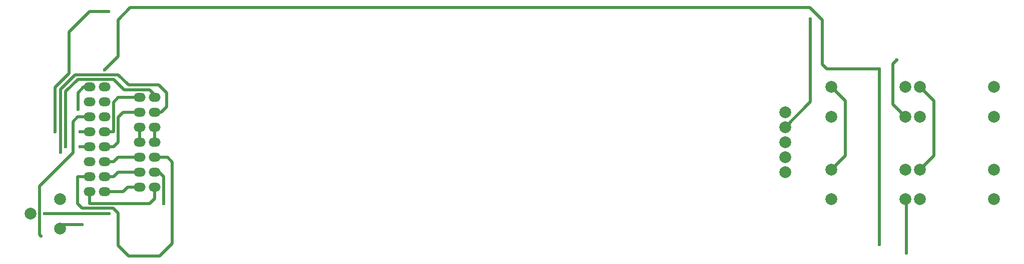
<source format=gbl>
G04 DipTrace 3.0.0.2*
G04 FrontPanel.GBL*
%MOMM*%
G04 #@! TF.FileFunction,Copper,L2,Bot*
G04 #@! TF.Part,Single*
G04 #@! TA.AperFunction,Conductor*
%ADD14C,0.5*%
G04 #@! TA.AperFunction,ComponentPad*
%ADD16O,2.0X1.5*%
%ADD17C,2.0*%
%ADD19C,2.0*%
G04 #@! TA.AperFunction,ViaPad*
%ADD20C,0.6*%
%FSLAX35Y35*%
G04*
G71*
G90*
G75*
G01*
G04 Bottom*
%LPD*%
X13398500Y-444500D2*
D14*
Y-1853500D1*
X12968000Y-2284000D1*
X710010Y-2705000D2*
Y-1639490D1*
X959500Y-1390000D1*
X1689000D1*
X1865000Y-1566000D1*
X2375000D1*
X2508250Y-1699250D1*
Y-1936750D1*
X2415000Y-2030000D1*
X2300000D1*
X1454000Y-2616000D2*
X1609000D1*
X1689000Y-2536000D1*
Y-2110000D1*
X1768997Y-2030000D1*
X2046000D1*
X800010Y-2616000D2*
Y-1676490D1*
X1006500Y-1470000D1*
X1609003D1*
X1785000Y-1646000D1*
X2217500D1*
X2300000Y-1728500D1*
Y-1776000D1*
X1040000Y-2616000D2*
X1200000D1*
X1454000Y-2362000D2*
X1609000D1*
Y-1856000D1*
X1689000Y-1776000D1*
X2046000D1*
X1454000Y-2870000D2*
X1609000D1*
X1687000Y-2792000D1*
X2046000D1*
X1454000Y-3124000D2*
X1609000D1*
X1687000Y-3046000D1*
X2046000D1*
X1200000Y-3124000D2*
X1000050D1*
Y-3574990D1*
X1080050Y-3654990D1*
X1602000D1*
X1682000Y-3734990D1*
Y-4285500D1*
X1866560Y-4470060D1*
X2387940D1*
X2601000Y-4257000D1*
Y-2872000D1*
X2521000Y-2792000D1*
X2300000D1*
X1534000Y-3750000D2*
X440000D1*
X2455000Y-3578000D2*
Y-3121750D1*
X2379250Y-3046000D1*
X2300000D1*
X1454000Y-3378000D2*
X1772000D1*
X1850000Y-3300000D1*
X2046000D1*
X1079500Y-3937000D2*
X700000D1*
Y-4000000D1*
X2300000Y-3300000D2*
Y-3494990D1*
X2220000Y-3574990D1*
X1200000D1*
Y-3378000D1*
X15250000Y-3000000D2*
X15485000Y-2765000D1*
Y-1835000D1*
X15250000Y-1600000D1*
X13750000Y-3000000D2*
X13985000Y-2765000D1*
Y-1835000D1*
X13750000Y-1600000D1*
X2046000Y-2284000D2*
Y-2538000D1*
X2300000D2*
Y-2284000D1*
X1454000Y-1305000D2*
X1682000Y-1077000D1*
Y-459950D1*
X1887950Y-254000D1*
X13389060D1*
X13595010Y-459950D1*
Y-1215000D1*
X13675010Y-1295000D1*
X14565000D1*
Y-4270000D1*
X14859000Y-1143000D2*
X14795500Y-1206500D1*
Y-1895500D1*
X15000000Y-2100000D1*
X620020Y-2362000D2*
Y-1602480D1*
X855000Y-1367500D1*
Y-669000D1*
X1206500Y-317500D1*
X1524000D1*
X1040000Y-2362000D2*
X1200000D1*
X381000Y-4127500D2*
X355000Y-4101500D1*
Y-3282520D1*
X920060Y-2717460D1*
Y-2188000D1*
X1000060Y-2108000D1*
X1200000D1*
X15017750Y-4413250D2*
Y-3500000D1*
X15000000D1*
X1005050Y-1978000D2*
Y-1693700D1*
X1098750Y-1600000D1*
X1200000D1*
D20*
X13398500Y-444500D3*
X710010Y-2705000D3*
X800010Y-2616000D3*
X1040000D3*
X440000Y-3750000D3*
X1534000D3*
X2455000Y-3578000D3*
X1079500Y-3937000D3*
X14565000Y-4270000D3*
X1454000Y-1305000D3*
X14565000Y-1295000D3*
X14859000Y-1143000D3*
X1524000Y-317500D3*
X620020Y-2362000D3*
X1040000D3*
X381000Y-4127500D3*
X15017750Y-4413250D3*
X1005050Y-1978000D3*
D16*
X1454000Y-1600000D3*
X1200000D3*
X1454000Y-1854000D3*
X1200000D3*
X1454000Y-2108000D3*
X1200000D3*
X1454000Y-2362000D3*
X1200000D3*
X1454000Y-2616000D3*
X1200000D3*
X1454000Y-2870000D3*
X1200000D3*
X1454000Y-3124000D3*
X1200000D3*
X1454000Y-3378000D3*
X1200000D3*
X2300000Y-3300000D3*
X2046000D3*
X2300000Y-3046000D3*
X2046000D3*
X2300000Y-2792000D3*
X2046000D3*
X2300000Y-2538000D3*
X2046000D3*
X2300000Y-2284000D3*
X2046000D3*
X2300000Y-2030000D3*
X2046000D3*
X2300000Y-1776000D3*
X2046000D3*
D17*
X12968000Y-3046000D3*
Y-2792000D3*
Y-2538000D3*
Y-2284000D3*
Y-2030000D3*
D19*
X15000000Y-2100000D3*
X13750000D3*
X15000000Y-1600000D3*
X13750000D3*
X15000000Y-3500000D3*
X13750000D3*
X15000000Y-3000000D3*
X13750000D3*
X16500000Y-2100000D3*
X15250000D3*
X16500000Y-1600000D3*
X15250000D3*
X16500000Y-3500000D3*
X15250000D3*
X16500000Y-3000000D3*
X15250000D3*
X700000Y-4000000D3*
X200000Y-3750000D3*
X700000Y-3500000D3*
M02*

</source>
